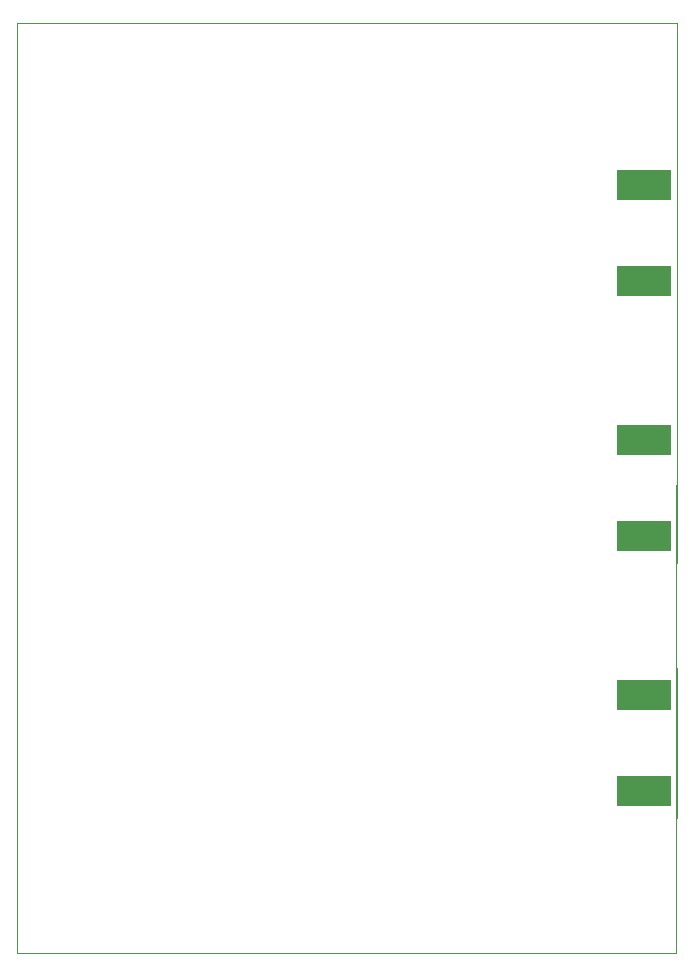
<source format=gbs>
G75*
G70*
%OFA0B0*%
%FSLAX24Y24*%
%IPPOS*%
%LPD*%
%AMOC8*
5,1,8,0,0,1.08239X$1,22.5*
%
%ADD10C,0.0000*%
%ADD11R,0.1840X0.1040*%
D10*
X000101Y000101D02*
X000101Y031101D01*
X022101Y031101D01*
X022093Y000101D01*
X000101Y000101D01*
X022101Y004601D02*
X022101Y009601D01*
X022101Y013101D02*
X022101Y018101D01*
X022101Y021601D02*
X022101Y026601D01*
D11*
X021001Y025701D03*
X021001Y022501D03*
X021001Y017201D03*
X021001Y014001D03*
X021001Y008701D03*
X021001Y005501D03*
M02*

</source>
